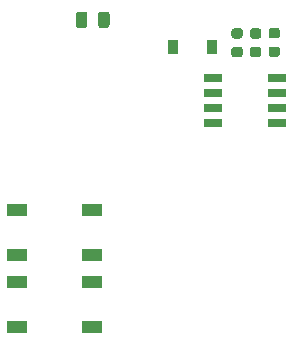
<source format=gbr>
%TF.GenerationSoftware,KiCad,Pcbnew,(5.1.6)-1*%
%TF.CreationDate,2020-05-31T03:06:52+03:00*%
%TF.ProjectId,Project,50726f6a-6563-4742-9e6b-696361645f70,rev?*%
%TF.SameCoordinates,Original*%
%TF.FileFunction,Paste,Top*%
%TF.FilePolarity,Positive*%
%FSLAX46Y46*%
G04 Gerber Fmt 4.6, Leading zero omitted, Abs format (unit mm)*
G04 Created by KiCad (PCBNEW (5.1.6)-1) date 2020-05-31 03:06:52*
%MOMM*%
%LPD*%
G01*
G04 APERTURE LIST*
%ADD10R,0.900000X1.200000*%
%ADD11R,1.525000X0.650000*%
%ADD12R,1.700000X1.000000*%
G04 APERTURE END LIST*
D10*
%TO.C,D9*%
X83336400Y-86004400D03*
X80036400Y-86004400D03*
%TD*%
D11*
%TO.C,IC1*%
X88919600Y-92430600D03*
X88919600Y-91160600D03*
X88919600Y-89890600D03*
X88919600Y-88620600D03*
X83495600Y-88620600D03*
X83495600Y-89890600D03*
X83495600Y-91160600D03*
X83495600Y-92430600D03*
%TD*%
%TO.C,F1*%
G36*
G01*
X74704000Y-83262150D02*
X74704000Y-84174650D01*
G75*
G02*
X74460250Y-84418400I-243750J0D01*
G01*
X73972750Y-84418400D01*
G75*
G02*
X73729000Y-84174650I0J243750D01*
G01*
X73729000Y-83262150D01*
G75*
G02*
X73972750Y-83018400I243750J0D01*
G01*
X74460250Y-83018400D01*
G75*
G02*
X74704000Y-83262150I0J-243750D01*
G01*
G37*
G36*
G01*
X72829000Y-83262150D02*
X72829000Y-84174650D01*
G75*
G02*
X72585250Y-84418400I-243750J0D01*
G01*
X72097750Y-84418400D01*
G75*
G02*
X71854000Y-84174650I0J243750D01*
G01*
X71854000Y-83262150D01*
G75*
G02*
X72097750Y-83018400I243750J0D01*
G01*
X72585250Y-83018400D01*
G75*
G02*
X72829000Y-83262150I0J-243750D01*
G01*
G37*
%TD*%
D12*
%TO.C,SW2*%
X66877800Y-99852400D03*
X73177800Y-99852400D03*
X66877800Y-103652400D03*
X73177800Y-103652400D03*
%TD*%
%TO.C,SW3*%
X73177800Y-109723000D03*
X66877800Y-109723000D03*
X73177800Y-105923000D03*
X66877800Y-105923000D03*
%TD*%
%TO.C,C7*%
G36*
G01*
X85757730Y-85308960D02*
X85245230Y-85308960D01*
G75*
G02*
X85026480Y-85090210I0J218750D01*
G01*
X85026480Y-84652710D01*
G75*
G02*
X85245230Y-84433960I218750J0D01*
G01*
X85757730Y-84433960D01*
G75*
G02*
X85976480Y-84652710I0J-218750D01*
G01*
X85976480Y-85090210D01*
G75*
G02*
X85757730Y-85308960I-218750J0D01*
G01*
G37*
G36*
G01*
X85757730Y-86883960D02*
X85245230Y-86883960D01*
G75*
G02*
X85026480Y-86665210I0J218750D01*
G01*
X85026480Y-86227710D01*
G75*
G02*
X85245230Y-86008960I218750J0D01*
G01*
X85757730Y-86008960D01*
G75*
G02*
X85976480Y-86227710I0J-218750D01*
G01*
X85976480Y-86665210D01*
G75*
G02*
X85757730Y-86883960I-218750J0D01*
G01*
G37*
%TD*%
%TO.C,C8*%
G36*
G01*
X87332530Y-86883960D02*
X86820030Y-86883960D01*
G75*
G02*
X86601280Y-86665210I0J218750D01*
G01*
X86601280Y-86227710D01*
G75*
G02*
X86820030Y-86008960I218750J0D01*
G01*
X87332530Y-86008960D01*
G75*
G02*
X87551280Y-86227710I0J-218750D01*
G01*
X87551280Y-86665210D01*
G75*
G02*
X87332530Y-86883960I-218750J0D01*
G01*
G37*
G36*
G01*
X87332530Y-85308960D02*
X86820030Y-85308960D01*
G75*
G02*
X86601280Y-85090210I0J218750D01*
G01*
X86601280Y-84652710D01*
G75*
G02*
X86820030Y-84433960I218750J0D01*
G01*
X87332530Y-84433960D01*
G75*
G02*
X87551280Y-84652710I0J-218750D01*
G01*
X87551280Y-85090210D01*
G75*
G02*
X87332530Y-85308960I-218750J0D01*
G01*
G37*
%TD*%
%TO.C,C9*%
G36*
G01*
X88907330Y-85283660D02*
X88394830Y-85283660D01*
G75*
G02*
X88176080Y-85064910I0J218750D01*
G01*
X88176080Y-84627410D01*
G75*
G02*
X88394830Y-84408660I218750J0D01*
G01*
X88907330Y-84408660D01*
G75*
G02*
X89126080Y-84627410I0J-218750D01*
G01*
X89126080Y-85064910D01*
G75*
G02*
X88907330Y-85283660I-218750J0D01*
G01*
G37*
G36*
G01*
X88907330Y-86858660D02*
X88394830Y-86858660D01*
G75*
G02*
X88176080Y-86639910I0J218750D01*
G01*
X88176080Y-86202410D01*
G75*
G02*
X88394830Y-85983660I218750J0D01*
G01*
X88907330Y-85983660D01*
G75*
G02*
X89126080Y-86202410I0J-218750D01*
G01*
X89126080Y-86639910D01*
G75*
G02*
X88907330Y-86858660I-218750J0D01*
G01*
G37*
%TD*%
M02*

</source>
